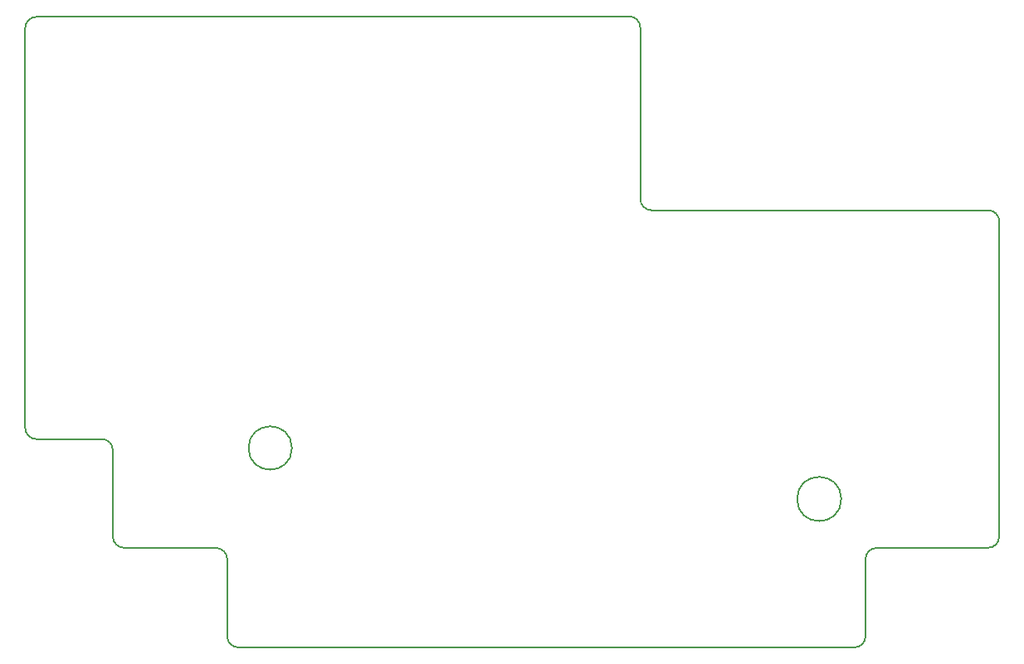
<source format=gbr>
G04 #@! TF.GenerationSoftware,KiCad,Pcbnew,5.1.6~rc1+dfsg1-1*
G04 #@! TF.CreationDate,2020-05-03T13:17:22-07:00*
G04 #@! TF.ProjectId,rpmpv1,72706d70-7631-42e6-9b69-6361645f7063,rev?*
G04 #@! TF.SameCoordinates,Original*
G04 #@! TF.FileFunction,Profile,NP*
%FSLAX46Y46*%
G04 Gerber Fmt 4.6, Leading zero omitted, Abs format (unit mm)*
G04 Created by KiCad (PCBNEW 5.1.6~rc1+dfsg1-1) date 2020-05-03 13:17:22*
%MOMM*%
%LPD*%
G01*
G04 APERTURE LIST*
G04 #@! TA.AperFunction,Profile*
%ADD10C,0.150000*%
G04 #@! TD*
G04 APERTURE END LIST*
D10*
X113284000Y-102743000D02*
G75*
G03*
X114427000Y-103886000I1143000J0D01*
G01*
X114427000Y-103886000D02*
X123799600Y-103898700D01*
X168243000Y-69400000D02*
X202575000Y-69400000D01*
X124942600Y-105041700D02*
G75*
G03*
X123799600Y-103898700I-1143000J0D01*
G01*
X113284000Y-93916500D02*
X113284000Y-102743000D01*
X165957000Y-49607000D02*
X105473500Y-49657000D01*
X165957000Y-49607000D02*
G75*
G02*
X167100000Y-50750000I0J-1143000D01*
G01*
X113284000Y-93916500D02*
G75*
G03*
X112141000Y-92773500I-1143000J0D01*
G01*
X104330500Y-91630500D02*
G75*
G03*
X105473500Y-92773500I1143000J0D01*
G01*
X112141000Y-92773500D02*
X105473500Y-92773500D01*
X190080900Y-105029000D02*
G75*
G02*
X191223900Y-103886000I1143000J0D01*
G01*
X131549518Y-93687900D02*
G75*
G03*
X131549518Y-93687900I-2212718J0D01*
G01*
X187601866Y-98894900D02*
G75*
G03*
X187601866Y-98894900I-2258066J0D01*
G01*
X105473500Y-49657000D02*
G75*
G03*
X104330500Y-50800000I0J-1143000D01*
G01*
X104330500Y-91630500D02*
X104330500Y-50800000D01*
X167100000Y-68224552D02*
X167100000Y-50750000D01*
X168243000Y-69400000D02*
G75*
G02*
X167100000Y-68224552I0J1143448D01*
G01*
X124942600Y-112915700D02*
X124942600Y-105041700D01*
X191223900Y-103886000D02*
X202565000Y-103886000D01*
X203708000Y-102743000D02*
G75*
G02*
X202565000Y-103886000I-1143000J0D01*
G01*
X190080900Y-112915700D02*
X190080900Y-105029000D01*
X126085600Y-114058700D02*
X188937900Y-114058700D01*
X190080900Y-112915700D02*
G75*
G02*
X188937900Y-114058700I-1143000J0D01*
G01*
X124942600Y-112915700D02*
G75*
G03*
X126085600Y-114058700I1143000J0D01*
G01*
X203708000Y-102743000D02*
X203725000Y-70542979D01*
X202575000Y-69400000D02*
G75*
G02*
X203725000Y-70542979I7000J-1142979D01*
G01*
M02*

</source>
